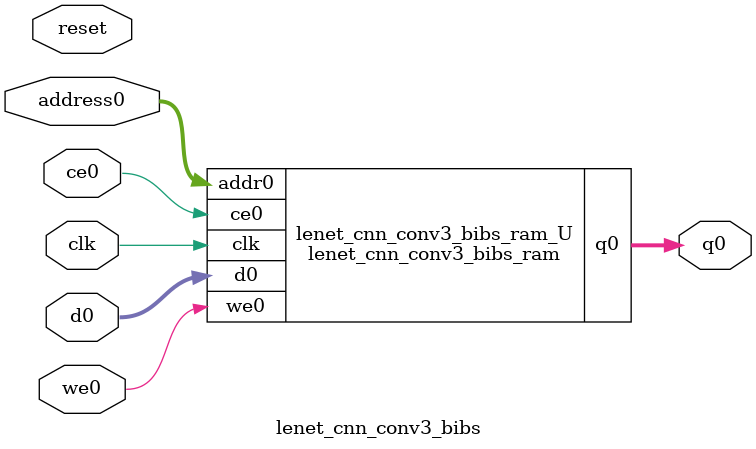
<source format=v>
`timescale 1 ns / 1 ps
module lenet_cnn_conv3_bibs_ram (addr0, ce0, d0, we0, q0,  clk);

parameter DWIDTH = 32;
parameter AWIDTH = 4;
parameter MEM_SIZE = 16;

input[AWIDTH-1:0] addr0;
input ce0;
input[DWIDTH-1:0] d0;
input we0;
output reg[DWIDTH-1:0] q0;
input clk;

(* ram_style = "distributed" *)reg [DWIDTH-1:0] ram[0:MEM_SIZE-1];




always @(posedge clk)  
begin 
    if (ce0) 
    begin
        if (we0) 
        begin 
            ram[addr0] <= d0; 
        end 
        q0 <= ram[addr0];
    end
end


endmodule

`timescale 1 ns / 1 ps
module lenet_cnn_conv3_bibs(
    reset,
    clk,
    address0,
    ce0,
    we0,
    d0,
    q0);

parameter DataWidth = 32'd32;
parameter AddressRange = 32'd16;
parameter AddressWidth = 32'd4;
input reset;
input clk;
input[AddressWidth - 1:0] address0;
input ce0;
input we0;
input[DataWidth - 1:0] d0;
output[DataWidth - 1:0] q0;



lenet_cnn_conv3_bibs_ram lenet_cnn_conv3_bibs_ram_U(
    .clk( clk ),
    .addr0( address0 ),
    .ce0( ce0 ),
    .we0( we0 ),
    .d0( d0 ),
    .q0( q0 ));

endmodule


</source>
